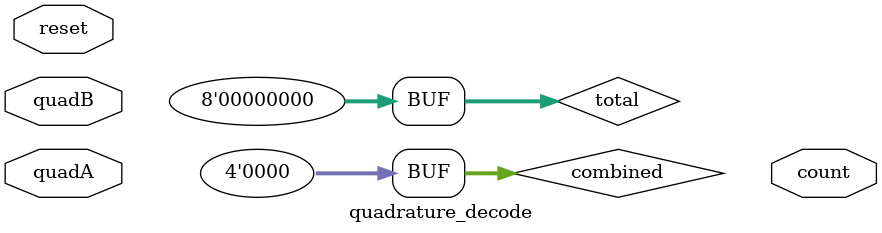
<source format=v>
/*
 * Read rotary/quadrature encoder using no clock
 *
 * Implementation of https://github.com/theapi/hdd_rotary_encoder/blob/master/HDDRotaryEncoder/HDDRotaryEncoder.ino
 *
 */

module quadrature_decode(
    reset,
    quadA, 
    quadB, 
    count
);
    input reset, quadA, quadB;
    output [7:0] count;

    reg [3:0] combined; // previous & current readings
    reg [7:0] total;
    reg [2:0] num;

    always @ (reset)
    begin
        combined = 4'b0000;
        total = 0;
    end

    always @ (quadA or quadB)
    begin
        // combine current with previous
        // left shift 
        combined = combined << 2;
        combined = combined | {quadA, quadB};
        
        case (combined)
            4'b0000 : num = 2'd0;
            4'b0001 : num = -2'd1;
            4'b0010 : num = 2'd1;
            4'b0011 : num = 2'd0;

            4'b0100 : num = 2'd1;
            4'b0101 : num = 2'd0;
            4'b0110 : num = 2'd0;
            4'b0111 : num = -2'd1;

            4'b1000 : num = -2'd1;
            4'b1001 : num = 2'd0;
            4'b1010 : num = 2'd0;
            4'b1011 : num = 2'd1;

            4'b1100 : num = 2'd0;
            4'b1101 : num = 2'd1;
            4'b1110 : num = -2'd1;
            4'b1111 : num = 2'd0;
        endcase
        
        total = total + num;
        //GRRR this does not work: count = total;
    end

 
    
endmodule

</source>
